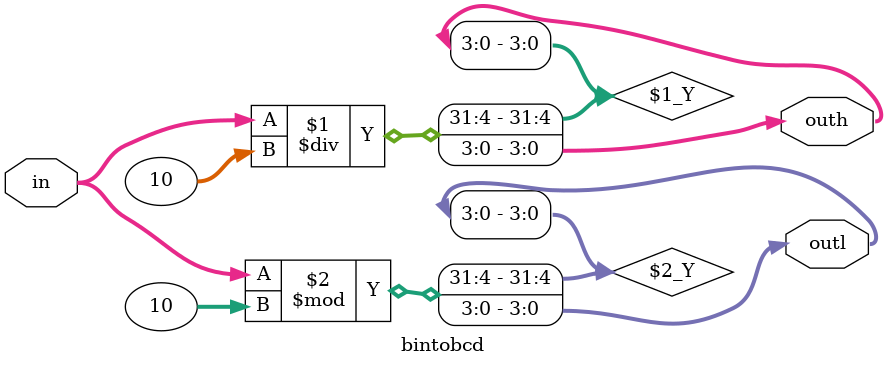
<source format=v>
module bintobcd(in, outh, outl);
    input [6:0]in;
    output [3:0]outh;
    output [3:0]outl;

    assign outh = in / 10;
    assign outl = in % 10;
endmodule

</source>
